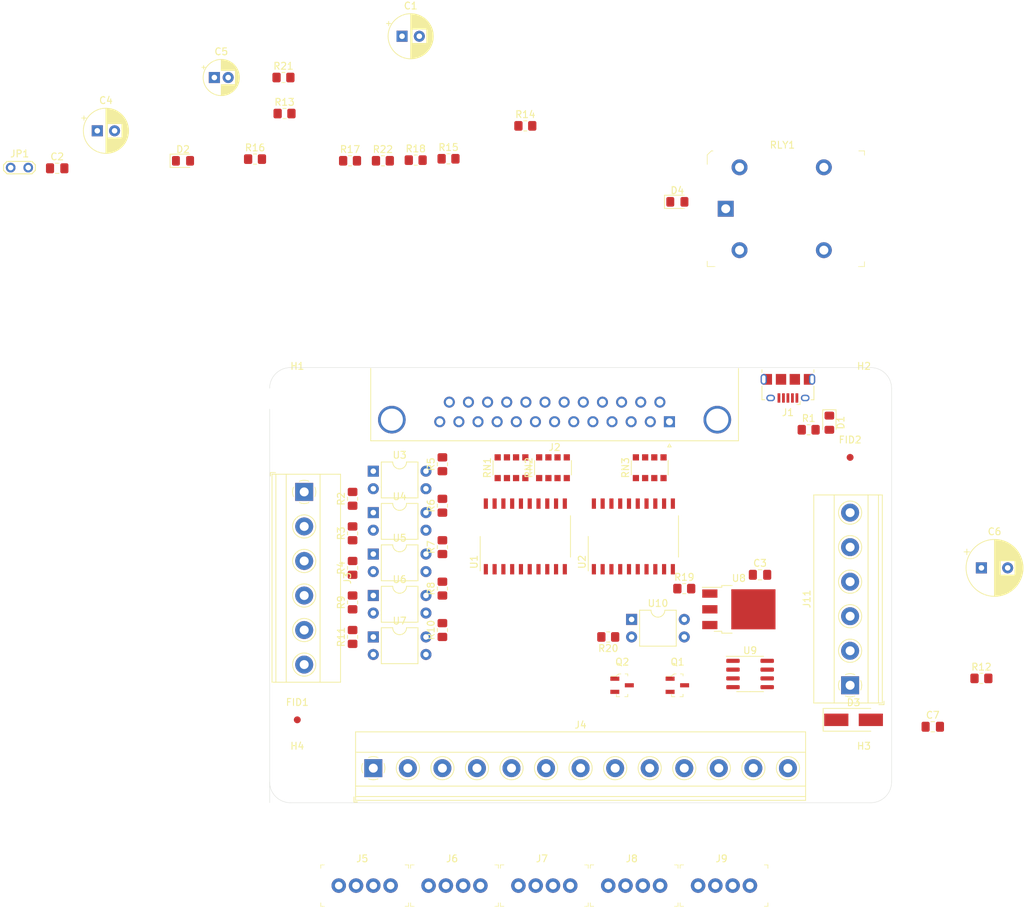
<source format=kicad_pcb>
(kicad_pcb (version 20171130) (host pcbnew 5.1.9-73d0e3b20d~88~ubuntu20.04.1)
  (layers (0 F.Cu signal) (31 B.Cu signal) (34 B.Paste user) (35 F.Paste user) (36 B.SilkS user) (37 F.SilkS user) (38 B.Mask user) (39 F.Mask user) (44 Edge.Cuts user))
  (net 0 "")
  (net 1 /P17)
  (net 2 /P16)
  (net 3 /P14)
  (net 4 /P9)
  (net 5 /P8)
  (net 6 /P7)
  (net 7 /P6)
  (net 8 /P5)
  (net 9 /P4)
  (net 10 /P3)
  (net 11 /P2)
  (net 12 /P1)
  (net 13 "Net-(Q1-Pad1)")
  (net 14 GND)
  (net 15 "Net-(Q1-Pad3)")
  (net 16 "Net-(Q2-Pad1)")
  (net 17 "Net-(D4-Pad1)")
  (net 18 "Net-(RLY1-Pad4)")
  (net 19 +5V)
  (net 20 /OP2)
  (net 21 /OP3)
  (net 22 /OP4)
  (net 23 /OP5)
  (net 24 /OP6)
  (net 25 /OP7)
  (net 26 /OP8)
  (net 27 /OP9)
  (net 28 "Net-(U2-Pad9)")
  (net 29 /OP14)
  (net 30 /PWM_IN)
  (net 31 /OP1)
  (net 32 /EN_2)
  (net 33 /OP16)
  (net 34 /OP17)
  (net 35 /EN_1)
  (net 36 /OP13)
  (net 37 "Net-(R2-Pad1)")
  (net 38 /OP12)
  (net 39 "Net-(R3-Pad1)")
  (net 40 /OP11)
  (net 41 "Net-(R4-Pad1)")
  (net 42 /OP10)
  (net 43 "Net-(R9-Pad1)")
  (net 44 /OP15)
  (net 45 "Net-(R11-Pad1)")
  (net 46 "Net-(R20-Pad1)")
  (net 47 GND1)
  (net 48 +10V)
  (net 49 "Net-(C5-Pad1)")
  (net 50 VCC)
  (net 51 "Net-(D1-Pad2)")
  (net 52 "Net-(D2-Pad2)")
  (net 53 /V_IN)
  (net 54 "Net-(D4-Pad2)")
  (net 55 "Net-(J1-Pad4)")
  (net 56 "Net-(J1-Pad3)")
  (net 57 "Net-(J1-Pad2)")
  (net 58 /P13)
  (net 59 /P12)
  (net 60 /P11)
  (net 61 /P10)
  (net 62 /P15)
  (net 63 /RL_COM)
  (net 64 /RL_NA)
  (net 65 /V_OUT)
  (net 66 "Net-(JP1-Pad2)")
  (net 67 "Net-(R13-Pad2)")
  (net 68 "Net-(R16-Pad2)")
  (net 69 "Net-(R17-Pad2)")
  (net 70 "Net-(U9-Pad6)")
  (module Package_SO:SO-20_12.8x7.5mm_P1.27mm (layer F.Cu) (at 152.635 99.445 90)
    (fp_text reference U2 (at -3.69 -7.42 90) (layer F.SilkS))
    (fp_text value 74HC245)
    (pad 20 smd rect (at 4.75 -5.715 90) (size 1.5 0.6) (layers F.Cu F.Paste F.Mask) (net 19 +5V))
    (pad 19 smd rect (at 4.75 -4.445 90) (size 1.5 0.6) (layers F.Cu F.Paste F.Mask) (net 47 GND1))
    (pad 18 smd rect (at 4.75 -3.175 90) (size 1.5 0.6) (layers F.Cu F.Paste F.Mask) (net 29 /OP14))
    (pad 17 smd rect (at 4.75 -1.905 90) (size 1.5 0.6) (layers F.Cu F.Paste F.Mask) (net 29 /OP14))
    (pad 16 smd rect (at 4.75 -0.635 90) (size 1.5 0.6) (layers F.Cu F.Paste F.Mask) (net 31 /OP1))
    (pad 15 smd rect (at 4.75 0.635 90) (size 1.5 0.6) (layers F.Cu F.Paste F.Mask) (net 29 /OP14))
    (pad 14 smd rect (at 4.75 1.905 90) (size 1.5 0.6) (layers F.Cu F.Paste F.Mask) (net 33 /OP16))
    (pad 13 smd rect (at 4.75 3.175 90) (size 1.5 0.6) (layers F.Cu F.Paste F.Mask) (net 34 /OP17))
    (pad 12 smd rect (at 4.75 4.445 90) (size 1.5 0.6) (layers F.Cu F.Paste F.Mask) (net 31 /OP1))
    (pad 11 smd rect (at 4.75 5.715 90) (size 1.5 0.6) (layers F.Cu F.Paste F.Mask) (net 47 GND1))
    (pad 10 smd rect (at -4.75 5.715 90) (size 1.5 0.6) (layers F.Cu F.Paste F.Mask) (net 47 GND1))
    (pad 9 smd rect (at -4.75 4.445 90) (size 1.5 0.6) (layers F.Cu F.Paste F.Mask) (net 28 "Net-(U2-Pad9)"))
    (pad 8 smd rect (at -4.75 3.175 90) (size 1.5 0.6) (layers F.Cu F.Paste F.Mask) (net 30 /PWM_IN))
    (pad 7 smd rect (at -4.75 1.905 90) (size 1.5 0.6) (layers F.Cu F.Paste F.Mask) (net 1 /P17))
    (pad 1 smd rect (at -4.75 -5.715 90) (size 1.5 0.6) (layers F.Cu F.Paste F.Mask) (net 47 GND1))
    (pad 2 smd rect (at -4.75 -4.445 90) (size 1.5 0.6) (layers F.Cu F.Paste F.Mask) (net 35 /EN_1))
    (pad 3 smd rect (at -4.75 -3.175 90) (size 1.5 0.6) (layers F.Cu F.Paste F.Mask) (net 3 /P14))
    (pad 4 smd rect (at -4.75 -1.905 90) (size 1.5 0.6) (layers F.Cu F.Paste F.Mask) (net 12 /P1))
    (pad 5 smd rect (at -4.75 -0.635 90) (size 1.5 0.6) (layers F.Cu F.Paste F.Mask) (net 32 /EN_2))
    (pad 6 smd rect (at -4.75 0.635 90) (size 1.5 0.6) (layers F.Cu F.Paste F.Mask) (net 2 /P16))
  )
  (module Package_SO:SO-20_12.8x7.5mm_P1.27mm (layer F.Cu) (at 137 99.445 90)
    (fp_text reference U1 (at -3.69 -7.42 90) (layer F.SilkS))
    (fp_text value 74HC245)
    (pad 20 smd rect (at 4.75 -5.715 90) (size 1.5 0.6) (layers F.Cu F.Paste F.Mask) (net 19 +5V))
    (pad 19 smd rect (at 4.75 -4.445 90) (size 1.5 0.6) (layers F.Cu F.Paste F.Mask) (net 47 GND1))
    (pad 18 smd rect (at 4.75 -3.175 90) (size 1.5 0.6) (layers F.Cu F.Paste F.Mask) (net 20 /OP2))
    (pad 17 smd rect (at 4.75 -1.905 90) (size 1.5 0.6) (layers F.Cu F.Paste F.Mask) (net 21 /OP3))
    (pad 16 smd rect (at 4.75 -0.635 90) (size 1.5 0.6) (layers F.Cu F.Paste F.Mask) (net 22 /OP4))
    (pad 15 smd rect (at 4.75 0.635 90) (size 1.5 0.6) (layers F.Cu F.Paste F.Mask) (net 23 /OP5))
    (pad 14 smd rect (at 4.75 1.905 90) (size 1.5 0.6) (layers F.Cu F.Paste F.Mask) (net 24 /OP6))
    (pad 13 smd rect (at 4.75 3.175 90) (size 1.5 0.6) (layers F.Cu F.Paste F.Mask) (net 25 /OP7))
    (pad 12 smd rect (at 4.75 4.445 90) (size 1.5 0.6) (layers F.Cu F.Paste F.Mask) (net 26 /OP8))
    (pad 11 smd rect (at 4.75 5.715 90) (size 1.5 0.6) (layers F.Cu F.Paste F.Mask) (net 27 /OP9))
    (pad 10 smd rect (at -4.75 5.715 90) (size 1.5 0.6) (layers F.Cu F.Paste F.Mask) (net 47 GND1))
    (pad 9 smd rect (at -4.75 4.445 90) (size 1.5 0.6) (layers F.Cu F.Paste F.Mask) (net 4 /P9))
    (pad 8 smd rect (at -4.75 3.175 90) (size 1.5 0.6) (layers F.Cu F.Paste F.Mask) (net 5 /P8))
    (pad 7 smd rect (at -4.75 1.905 90) (size 1.5 0.6) (layers F.Cu F.Paste F.Mask) (net 6 /P7))
    (pad 1 smd rect (at -4.75 -5.715 90) (size 1.5 0.6) (layers F.Cu F.Paste F.Mask) (net 47 GND1))
    (pad 2 smd rect (at -4.75 -4.445 90) (size 1.5 0.6) (layers F.Cu F.Paste F.Mask) (net 11 /P2))
    (pad 3 smd rect (at -4.75 -3.175 90) (size 1.5 0.6) (layers F.Cu F.Paste F.Mask) (net 10 /P3))
    (pad 4 smd rect (at -4.75 -1.905 90) (size 1.5 0.6) (layers F.Cu F.Paste F.Mask) (net 9 /P4))
    (pad 5 smd rect (at -4.75 -0.635 90) (size 1.5 0.6) (layers F.Cu F.Paste F.Mask) (net 8 /P5))
    (pad 6 smd rect (at -4.75 0.635 90) (size 1.5 0.6) (layers F.Cu F.Paste F.Mask) (net 7 /P6))
  )
  (module MountingHole:MountingHole_3.2mm_M3 (layer F.Cu) (at 104 134)
    (fp_text reference H4 (at 0 -4.2) (layer F.SilkS))
    (fp_text value MountingHole)
    (pad 1 np_thru_hole circle (at 0 0) (size 3.2 3.2) (drill 3.2) (layers *.Cu *.Mask))
  )
  (module MountingHole:MountingHole_3.2mm_M3 (layer F.Cu) (at 186 134)
    (fp_text reference H3 (at 0 -4.2) (layer F.SilkS))
    (fp_text value MountingHole)
    (pad 1 np_thru_hole circle (at 0 0) (size 3.2 3.2) (drill 3.2) (layers *.Cu *.Mask))
  )
  (module MountingHole:MountingHole_3.2mm_M3 (layer F.Cu) (at 186 79)
    (fp_text reference H2 (at 0 -4.2) (layer F.SilkS))
    (fp_text value MountingHole)
    (pad 1 np_thru_hole circle (at 0 0) (size 3.2 3.2) (drill 3.2) (layers *.Cu *.Mask))
  )
  (module MountingHole:MountingHole_3.2mm_M3 (layer F.Cu) (at 104 79)
    (fp_text reference H1 (at 0 -4.2) (layer F.SilkS))
    (fp_text value MountingHole)
    (pad 1 np_thru_hole circle (at 0 0) (size 3.2 3.2) (drill 3.2) (layers *.Cu *.Mask))
  )
  (module Fiducial:Fiducial_1mm_Mask3mm (layer F.Cu) (at 184 88)
    (fp_text reference FID2 (at 0 -2.54) (layer F.SilkS))
    (fp_text value Fiducial)
    (pad "" smd circle (at 0 0) (size 1 1) (layers F.Cu F.Mask) (clearance 1))
  )
  (module Fiducial:Fiducial_1mm_Mask3mm (layer F.Cu) (at 104 126)
    (fp_text reference FID1 (at 0 -2.54) (layer F.SilkS))
    (fp_text value Fiducial)
    (pad "" smd circle (at 0 0) (size 1 1) (layers F.Cu F.Mask) (clearance 1))
  )
  (module Package_SO:SOIC-8_3.9x4.9mm_P1.27mm (layer F.Cu) (at 169.525 119.365)
    (fp_text reference U9 (at 0 -3.4) (layer F.SilkS))
    (fp_text value LM358)
    (pad 8 smd roundrect (at 2.475 -1.905) (size 1.95 0.6) (layers F.Cu F.Paste F.Mask) (net 50 VCC))
    (pad 7 smd roundrect (at 2.475 -0.635) (size 1.95 0.6) (layers F.Cu F.Paste F.Mask) (net 70 "Net-(U9-Pad6)"))
    (pad 6 smd roundrect (at 2.475 0.635) (size 1.95 0.6) (layers F.Cu F.Paste F.Mask) (net 70 "Net-(U9-Pad6)"))
    (pad 5 smd roundrect (at 2.475 1.905) (size 1.95 0.6) (layers F.Cu F.Paste F.Mask) (net 14 GND))
    (pad 4 smd roundrect (at -2.475 1.905) (size 1.95 0.6) (layers F.Cu F.Paste F.Mask) (net 14 GND))
    (pad 3 smd roundrect (at -2.475 0.635) (size 1.95 0.6) (layers F.Cu F.Paste F.Mask) (net 49 "Net-(C5-Pad1)"))
    (pad 2 smd roundrect (at -2.475 -0.635) (size 1.95 0.6) (layers F.Cu F.Paste F.Mask) (net 68 "Net-(R16-Pad2)"))
    (pad 1 smd roundrect (at -2.475 -1.905) (size 1.95 0.6) (layers F.Cu F.Paste F.Mask) (net 68 "Net-(R16-Pad2)"))
  )
  (module Package_TO_SOT_SMD:TO-252-3_TabPin2 (layer F.Cu) (at 167.9 110)
    (fp_text reference U8 (at 0 -4.5) (layer F.SilkS))
    (fp_text value LM317MABDTG)
    (pad 2 smd rect (at 2.1 0) (size 6.4 5.8) (layers F.Cu F.Mask) (net 48 +10V))
    (pad 3 smd rect (at -4.2 2.28) (size 2.2 1.2) (layers F.Cu F.Paste F.Mask) (net 50 VCC))
    (pad 2 smd rect (at -4.2 0) (size 2.2 1.2) (layers F.Cu F.Paste F.Mask) (net 48 +10V))
    (pad 1 smd rect (at -4.2 -2.28) (size 2.2 1.2) (layers F.Cu F.Paste F.Mask) (net 67 "Net-(R13-Pad2)"))
  )
  (module Resistor_SMD:R_Array_Convex_4x1206 (layer F.Cu) (at 155 89.5 90)
    (fp_text reference RN3 (at 0 -3.5 90) (layer F.SilkS))
    (fp_text value R_Pack04)
    (pad 6 smd rect (at 1.5 0.66 90) (size 0.9 0.9) (layers F.Cu F.Paste F.Mask) (net 19 +5V))
    (pad 5 smd rect (at 1.5 2 90) (size 0.9 0.9) (layers F.Cu F.Paste F.Mask) (net 19 +5V))
    (pad 8 smd rect (at 1.5 -2 90) (size 0.9 0.9) (layers F.Cu F.Paste F.Mask) (net 19 +5V))
    (pad 7 smd rect (at 1.5 -0.66 90) (size 0.9 0.9) (layers F.Cu F.Paste F.Mask) (net 19 +5V))
    (pad 3 smd rect (at -1.5 0.66 90) (size 0.9 0.9) (layers F.Cu F.Paste F.Mask) (net 34 /OP17))
    (pad 2 smd rect (at -1.5 -0.66 90) (size 0.9 0.9) (layers F.Cu F.Paste F.Mask) (net 33 /OP16))
    (pad 4 smd rect (at -1.5 2 90) (size 0.9 0.9) (layers F.Cu F.Paste F.Mask) (net 31 /OP1))
    (pad 1 smd rect (at -1.5 -2 90) (size 0.9 0.9) (layers F.Cu F.Paste F.Mask) (net 29 /OP14))
  )
  (module Resistor_SMD:R_Array_Convex_4x1206 (layer F.Cu) (at 141 89.5 90)
    (fp_text reference RN2 (at 0 -3.5 90) (layer F.SilkS))
    (fp_text value R_Pack04)
    (pad 6 smd rect (at 1.5 0.66 90) (size 0.9 0.9) (layers F.Cu F.Paste F.Mask) (net 19 +5V))
    (pad 5 smd rect (at 1.5 2 90) (size 0.9 0.9) (layers F.Cu F.Paste F.Mask) (net 19 +5V))
    (pad 8 smd rect (at 1.5 -2 90) (size 0.9 0.9) (layers F.Cu F.Paste F.Mask) (net 19 +5V))
    (pad 7 smd rect (at 1.5 -0.66 90) (size 0.9 0.9) (layers F.Cu F.Paste F.Mask) (net 19 +5V))
    (pad 3 smd rect (at -1.5 0.66 90) (size 0.9 0.9) (layers F.Cu F.Paste F.Mask) (net 26 /OP8))
    (pad 2 smd rect (at -1.5 -0.66 90) (size 0.9 0.9) (layers F.Cu F.Paste F.Mask) (net 25 /OP7))
    (pad 4 smd rect (at -1.5 2 90) (size 0.9 0.9) (layers F.Cu F.Paste F.Mask) (net 27 /OP9))
    (pad 1 smd rect (at -1.5 -2 90) (size 0.9 0.9) (layers F.Cu F.Paste F.Mask) (net 24 /OP6))
  )
  (module Resistor_SMD:R_Array_Convex_4x1206 (layer F.Cu) (at 135 89.5 90)
    (fp_text reference RN1 (at 0 -3.5 90) (layer F.SilkS))
    (fp_text value R_Pack04)
    (pad 6 smd rect (at 1.5 0.66 90) (size 0.9 0.9) (layers F.Cu F.Paste F.Mask) (net 19 +5V))
    (pad 5 smd rect (at 1.5 2 90) (size 0.9 0.9) (layers F.Cu F.Paste F.Mask) (net 19 +5V))
    (pad 8 smd rect (at 1.5 -2 90) (size 0.9 0.9) (layers F.Cu F.Paste F.Mask) (net 19 +5V))
    (pad 7 smd rect (at 1.5 -0.66 90) (size 0.9 0.9) (layers F.Cu F.Paste F.Mask) (net 19 +5V))
    (pad 3 smd rect (at -1.5 0.66 90) (size 0.9 0.9) (layers F.Cu F.Paste F.Mask) (net 22 /OP4))
    (pad 2 smd rect (at -1.5 -0.66 90) (size 0.9 0.9) (layers F.Cu F.Paste F.Mask) (net 21 /OP3))
    (pad 4 smd rect (at -1.5 2 90) (size 0.9 0.9) (layers F.Cu F.Paste F.Mask) (net 23 /OP5))
    (pad 1 smd rect (at -1.5 -2 90) (size 0.9 0.9) (layers F.Cu F.Paste F.Mask) (net 20 /OP2))
  )
  (module Resistor_SMD:R_0805_2012Metric_Pad1.20x1.40mm_HandSolder (layer F.Cu) (at 116.385001 45.055001)
    (fp_text reference R22 (at 0 -1.65) (layer F.SilkS))
    (fp_text value 2k2)
    (pad 2 smd roundrect (at 1 0) (size 1.2 1.4) (layers F.Cu F.Paste F.Mask) (roundrect_rratio 0.208333) (net 66 "Net-(JP1-Pad2)"))
    (pad 1 smd roundrect (at -1 0) (size 1.2 1.4) (layers F.Cu F.Paste F.Mask) (roundrect_rratio 0.208333) (net 16 "Net-(Q2-Pad1)"))
  )
  (module Resistor_SMD:R_0805_2012Metric_Pad1.20x1.40mm_HandSolder (layer F.Cu) (at 102 33)
    (fp_text reference R21 (at 0 -1.65) (layer F.SilkS))
    (fp_text value 2k2)
    (pad 2 smd roundrect (at 1 0) (size 1.2 1.4) (layers F.Cu F.Paste F.Mask) (roundrect_rratio 0.208333) (net 54 "Net-(D4-Pad2)"))
    (pad 1 smd roundrect (at -1 0) (size 1.2 1.4) (layers F.Cu F.Paste F.Mask) (roundrect_rratio 0.208333) (net 19 +5V))
  )
  (module Resistor_SMD:R_0805_2012Metric_Pad1.20x1.40mm_HandSolder (layer F.Cu) (at 149 114 180)
    (fp_text reference R20 (at 0 -1.65) (layer F.SilkS))
    (fp_text value 510)
    (pad 2 smd roundrect (at 1 0 180) (size 1.2 1.4) (layers F.Cu F.Paste F.Mask) (roundrect_rratio 0.208333) (net 30 /PWM_IN))
    (pad 1 smd roundrect (at -1 0 180) (size 1.2 1.4) (layers F.Cu F.Paste F.Mask) (roundrect_rratio 0.208333) (net 46 "Net-(R20-Pad1)"))
  )
  (module Resistor_SMD:R_0805_2012Metric_Pad1.20x1.40mm_HandSolder (layer F.Cu) (at 160 107)
    (fp_text reference R19 (at 0 -1.65) (layer F.SilkS))
    (fp_text value 1k8)
    (pad 2 smd roundrect (at 1 0) (size 1.2 1.4) (layers F.Cu F.Paste F.Mask) (roundrect_rratio 0.208333) (net 14 GND))
    (pad 1 smd roundrect (at -1 0) (size 1.2 1.4) (layers F.Cu F.Paste F.Mask) (roundrect_rratio 0.208333) (net 69 "Net-(R17-Pad2)"))
  )
  (module Resistor_SMD:R_0805_2012Metric_Pad1.20x1.40mm_HandSolder (layer F.Cu) (at 121.135001 44.965001)
    (fp_text reference R18 (at 0 -1.65) (layer F.SilkS))
    (fp_text value 4k7)
    (pad 2 smd roundrect (at 1 0) (size 1.2 1.4) (layers F.Cu F.Paste F.Mask) (roundrect_rratio 0.208333) (net 13 "Net-(Q1-Pad1)"))
    (pad 1 smd roundrect (at -1 0) (size 1.2 1.4) (layers F.Cu F.Paste F.Mask) (roundrect_rratio 0.208333) (net 48 +10V))
  )
  (module Resistor_SMD:R_0805_2012Metric_Pad1.20x1.40mm_HandSolder (layer F.Cu) (at 111.635001 45.055001)
    (fp_text reference R17 (at 0 -1.65) (layer F.SilkS))
    (fp_text value 300)
    (pad 2 smd roundrect (at 1 0) (size 1.2 1.4) (layers F.Cu F.Paste F.Mask) (roundrect_rratio 0.208333) (net 69 "Net-(R17-Pad2)"))
    (pad 1 smd roundrect (at -1 0) (size 1.2 1.4) (layers F.Cu F.Paste F.Mask) (roundrect_rratio 0.208333) (net 67 "Net-(R13-Pad2)"))
  )
  (module Resistor_SMD:R_0805_2012Metric_Pad1.20x1.40mm_HandSolder (layer F.Cu) (at 97.885001 44.815001)
    (fp_text reference R16 (at 0 -1.65) (layer F.SilkS))
    (fp_text value 510)
    (pad 2 smd roundrect (at 1 0) (size 1.2 1.4) (layers F.Cu F.Paste F.Mask) (roundrect_rratio 0.208333) (net 68 "Net-(R16-Pad2)"))
    (pad 1 smd roundrect (at -1 0) (size 1.2 1.4) (layers F.Cu F.Paste F.Mask) (roundrect_rratio 0.208333) (net 65 /V_OUT))
  )
  (module Resistor_SMD:R_0805_2012Metric_Pad1.20x1.40mm_HandSolder (layer F.Cu) (at 125.885001 44.765001)
    (fp_text reference R15 (at 0 -1.65) (layer F.SilkS))
    (fp_text value 12k)
    (pad 2 smd roundrect (at 1 0) (size 1.2 1.4) (layers F.Cu F.Paste F.Mask) (roundrect_rratio 0.208333) (net 15 "Net-(Q1-Pad3)"))
    (pad 1 smd roundrect (at -1 0) (size 1.2 1.4) (layers F.Cu F.Paste F.Mask) (roundrect_rratio 0.208333) (net 49 "Net-(C5-Pad1)"))
  )
  (module Resistor_SMD:R_0805_2012Metric_Pad1.20x1.40mm_HandSolder (layer F.Cu) (at 137 40)
    (fp_text reference R14 (at 0 -1.65) (layer F.SilkS))
    (fp_text value 1k)
    (pad 2 smd roundrect (at 1 0) (size 1.2 1.4) (layers F.Cu F.Paste F.Mask) (roundrect_rratio 0.208333) (net 48 +10V))
    (pad 1 smd roundrect (at -1 0) (size 1.2 1.4) (layers F.Cu F.Paste F.Mask) (roundrect_rratio 0.208333) (net 15 "Net-(Q1-Pad3)"))
  )
  (module Resistor_SMD:R_0805_2012Metric_Pad1.20x1.40mm_HandSolder (layer F.Cu) (at 102.155001 38.215001)
    (fp_text reference R13 (at 0 -1.65) (layer F.SilkS))
    (fp_text value 300)
    (pad 2 smd roundrect (at 1 0) (size 1.2 1.4) (layers F.Cu F.Paste F.Mask) (roundrect_rratio 0.208333) (net 67 "Net-(R13-Pad2)"))
    (pad 1 smd roundrect (at -1 0) (size 1.2 1.4) (layers F.Cu F.Paste F.Mask) (roundrect_rratio 0.208333) (net 48 +10V))
  )
  (module Resistor_SMD:R_0805_2012Metric_Pad1.20x1.40mm_HandSolder (layer F.Cu) (at 203 120)
    (fp_text reference R12 (at 0 -1.65) (layer F.SilkS))
    (fp_text value 2k2)
    (pad 2 smd roundrect (at 1 0) (size 1.2 1.4) (layers F.Cu F.Paste F.Mask) (roundrect_rratio 0.208333) (net 52 "Net-(D2-Pad2)"))
    (pad 1 smd roundrect (at -1 0) (size 1.2 1.4) (layers F.Cu F.Paste F.Mask) (roundrect_rratio 0.208333) (net 48 +10V))
  )
  (module Resistor_SMD:R_0805_2012Metric_Pad1.20x1.40mm_HandSolder (layer F.Cu) (at 112 114 90)
    (fp_text reference R11 (at 0 -1.65 90) (layer F.SilkS))
    (fp_text value 1k)
    (pad 2 smd roundrect (at 1 0 90) (size 1.2 1.4) (layers F.Cu F.Paste F.Mask) (roundrect_rratio 0.208333) (net 62 /P15))
    (pad 1 smd roundrect (at -1 0 90) (size 1.2 1.4) (layers F.Cu F.Paste F.Mask) (roundrect_rratio 0.208333) (net 45 "Net-(R11-Pad1)"))
  )
  (module Resistor_SMD:R_0805_2012Metric_Pad1.20x1.40mm_HandSolder (layer F.Cu) (at 125 113 90)
    (fp_text reference R10 (at 0 -1.65 90) (layer F.SilkS))
    (fp_text value 10k)
    (pad 2 smd roundrect (at 1 0 90) (size 1.2 1.4) (layers F.Cu F.Paste F.Mask) (roundrect_rratio 0.208333) (net 19 +5V))
    (pad 1 smd roundrect (at -1 0 90) (size 1.2 1.4) (layers F.Cu F.Paste F.Mask) (roundrect_rratio 0.208333) (net 44 /OP15))
  )
  (module Resistor_SMD:R_0805_2012Metric_Pad1.20x1.40mm_HandSolder (layer F.Cu) (at 112 109 90)
    (fp_text reference R9 (at 0 -1.65 90) (layer F.SilkS))
    (fp_text value 1k)
    (pad 2 smd roundrect (at 1 0 90) (size 1.2 1.4) (layers F.Cu F.Paste F.Mask) (roundrect_rratio 0.208333) (net 61 /P10))
    (pad 1 smd roundrect (at -1 0 90) (size 1.2 1.4) (layers F.Cu F.Paste F.Mask) (roundrect_rratio 0.208333) (net 43 "Net-(R9-Pad1)"))
  )
  (module Resistor_SMD:R_0805_2012Metric_Pad1.20x1.40mm_HandSolder (layer F.Cu) (at 125 107 90)
    (fp_text reference R8 (at 0 -1.65 90) (layer F.SilkS))
    (fp_text value 10k)
    (pad 2 smd roundrect (at 1 0 90) (size 1.2 1.4) (layers F.Cu F.Paste F.Mask) (roundrect_rratio 0.208333) (net 19 +5V))
    (pad 1 smd roundrect (at -1 0 90) (size 1.2 1.4) (layers F.Cu F.Paste F.Mask) (roundrect_rratio 0.208333) (net 42 /OP10))
  )
  (module Resistor_SMD:R_0805_2012Metric_Pad1.20x1.40mm_HandSolder (layer F.Cu) (at 125 101 90)
    (fp_text reference R7 (at 0 -1.65 90) (layer F.SilkS))
    (fp_text value 10k)
    (pad 2 smd roundrect (at 1 0 90) (size 1.2 1.4) (layers F.Cu F.Paste F.Mask) (roundrect_rratio 0.208333) (net 19 +5V))
    (pad 1 smd roundrect (at -1 0 90) (size 1.2 1.4) (layers F.Cu F.Paste F.Mask) (roundrect_rratio 0.208333) (net 40 /OP11))
  )
  (module Resistor_SMD:R_0805_2012Metric_Pad1.20x1.40mm_HandSolder (layer F.Cu) (at 125 95 90)
    (fp_text reference R6 (at 0 -1.65 90) (layer F.SilkS))
    (fp_text value 10k)
    (pad 2 smd roundrect (at 1 0 90) (size 1.2 1.4) (layers F.Cu F.Paste F.Mask) (roundrect_rratio 0.208333) (net 19 +5V))
    (pad 1 smd roundrect (at -1 0 90) (size 1.2 1.4) (layers F.Cu F.Paste F.Mask) (roundrect_rratio 0.208333) (net 38 /OP12))
  )
  (module Resistor_SMD:R_0805_2012Metric_Pad1.20x1.40mm_HandSolder (layer F.Cu) (at 125 89 90)
    (fp_text reference R5 (at 0 -1.65 90) (layer F.SilkS))
    (fp_text value 10k)
    (pad 2 smd roundrect (at 1 0 90) (size 1.2 1.4) (layers F.Cu F.Paste F.Mask) (roundrect_rratio 0.208333) (net 19 +5V))
    (pad 1 smd roundrect (at -1 0 90) (size 1.2 1.4) (layers F.Cu F.Paste F.Mask) (roundrect_rratio 0.208333) (net 36 /OP13))
  )
  (module Resistor_SMD:R_0805_2012Metric_Pad1.20x1.40mm_HandSolder (layer F.Cu) (at 112 104 90)
    (fp_text reference R4 (at 0 -1.65 90) (layer F.SilkS))
    (fp_text value 1k)
    (pad 2 smd roundrect (at 1 0 90) (size 1.2 1.4) (layers F.Cu F.Paste F.Mask) (roundrect_rratio 0.208333) (net 60 /P11))
    (pad 1 smd roundrect (at -1 0 90) (size 1.2 1.4) (layers F.Cu F.Paste F.Mask) (roundrect_rratio 0.208333) (net 41 "Net-(R4-Pad1)"))
  )
  (module Resistor_SMD:R_0805_2012Metric_Pad1.20x1.40mm_HandSolder (layer F.Cu) (at 112 99 90)
    (fp_text reference R3 (at 0 -1.65 90) (layer F.SilkS))
    (fp_text value 1k)
    (pad 2 smd roundrect (at 1 0 90) (size 1.2 1.4) (layers F.Cu F.Paste F.Mask) (roundrect_rratio 0.208333) (net 59 /P12))
    (pad 1 smd roundrect (at -1 0 90) (size 1.2 1.4) (layers F.Cu F.Paste F.Mask) (roundrect_rratio 0.208333) (net 39 "Net-(R3-Pad1)"))
  )
  (module Resistor_SMD:R_0805_2012Metric_Pad1.20x1.40mm_HandSolder (layer F.Cu) (at 112 94 90)
    (fp_text reference R2 (at 0 -1.65 90) (layer F.SilkS))
    (fp_text value 1k)
    (pad 2 smd roundrect (at 1 0 90) (size 1.2 1.4) (layers F.Cu F.Paste F.Mask) (roundrect_rratio 0.208333) (net 58 /P13))
    (pad 1 smd roundrect (at -1 0 90) (size 1.2 1.4) (layers F.Cu F.Paste F.Mask) (roundrect_rratio 0.208333) (net 37 "Net-(R2-Pad1)"))
  )
  (module Resistor_SMD:R_0805_2012Metric_Pad1.20x1.40mm_HandSolder (layer F.Cu) (at 178 84)
    (fp_text reference R1 (at 0 -1.65) (layer F.SilkS))
    (fp_text value 2k2)
    (pad 2 smd roundrect (at 1 0) (size 1.2 1.4) (layers F.Cu F.Paste F.Mask) (roundrect_rratio 0.208333) (net 51 "Net-(D1-Pad2)"))
    (pad 1 smd roundrect (at -1 0) (size 1.2 1.4) (layers F.Cu F.Paste F.Mask) (roundrect_rratio 0.208333) (net 19 +5V))
  )
  (module TestPoint:TestPoint_2Pads_Pitch2.54mm_Drill0.8mm (layer F.Cu) (at 62.525001 46.045001)
    (fp_text reference JP1 (at 1.3 -2) (layer F.SilkS))
    (fp_text value Jumper)
    (pad 2 thru_hole circle (at 2.54 0) (size 1.4 1.4) (drill 0.8) (layers *.Cu *.Mask) (net 66 "Net-(JP1-Pad2)"))
    (pad 1 thru_hole circle (at 0 0) (size 1.4 1.4) (drill 0.8) (layers *.Cu *.Mask) (net 1 /P17))
  )
  (module TerminalBlock_Phoenix:TerminalBlock_Phoenix_MKDS-1,5-6_1x06_P5.00mm_Horizontal (layer F.Cu) (at 184 121 90)
    (fp_text reference J11 (at 12.5 -6.26 90) (layer F.SilkS))
    (fp_text value Screw_Terminal_01x06)
    (pad 6 thru_hole circle (at 25 0 90) (size 2.6 2.6) (drill 1.3) (layers *.Cu *.Mask) (net 63 /RL_COM))
    (pad 5 thru_hole circle (at 20 0 90) (size 2.6 2.6) (drill 1.3) (layers *.Cu *.Mask) (net 64 /RL_NA))
    (pad 4 thru_hole circle (at 15 0 90) (size 2.6 2.6) (drill 1.3) (layers *.Cu *.Mask) (net 14 GND))
    (pad 3 thru_hole circle (at 10 0 90) (size 2.6 2.6) (drill 1.3) (layers *.Cu *.Mask) (net 53 /V_IN))
    (pad 2 thru_hole circle (at 5 0 90) (size 2.6 2.6) (drill 1.3) (layers *.Cu *.Mask) (net 65 /V_OUT))
    (pad 1 thru_hole rect (at 0 0 90) (size 2.6 2.6) (drill 1.3) (layers *.Cu *.Mask) (net 14 GND))
  )
  (module TerminalBlock_Phoenix:TerminalBlock_Phoenix_MKDS-1,5-6_1x06_P5.00mm_Horizontal (layer F.Cu) (at 105 93 270)
    (fp_text reference J3 (at 12.5 -6.26 90) (layer F.SilkS))
    (fp_text value Screw_Terminal_01x06)
    (pad 6 thru_hole circle (at 25 0 270) (size 2.6 2.6) (drill 1.3) (layers *.Cu *.Mask) (net 14 GND))
    (pad 5 thru_hole circle (at 20 0 270) (size 2.6 2.6) (drill 1.3) (layers *.Cu *.Mask) (net 62 /P15))
    (pad 4 thru_hole circle (at 15 0 270) (size 2.6 2.6) (drill 1.3) (layers *.Cu *.Mask) (net 61 /P10))
    (pad 3 thru_hole circle (at 10 0 270) (size 2.6 2.6) (drill 1.3) (layers *.Cu *.Mask) (net 60 /P11))
    (pad 2 thru_hole circle (at 5 0 270) (size 2.6 2.6) (drill 1.3) (layers *.Cu *.Mask) (net 59 /P12))
    (pad 1 thru_hole rect (at 0 0 270) (size 2.6 2.6) (drill 1.3) (layers *.Cu *.Mask) (net 58 /P13))
  )
  (module Connector_Dsub:DSUB-25_Male_Horizontal_P2.77x2.84mm_EdgePinOffset4.94mm_Housed_MountingHolesOffset7.48mm (layer F.Cu) (at 157.855 82.84 180)
    (fp_text reference J2 (at 16.62 -3.7) (layer F.SilkS))
    (fp_text value DB25_Male_MountingHoles)
    (pad 0 thru_hole circle (at 40.17 0.3 180) (size 4 4) (drill 3.2) (layers *.Cu *.Mask) (net 47 GND1))
    (pad 0 thru_hole circle (at -6.93 0.3 180) (size 4 4) (drill 3.2) (layers *.Cu *.Mask) (net 47 GND1))
    (pad 25 thru_hole circle (at 31.855 2.84 180) (size 1.6 1.6) (drill 1) (layers *.Cu *.Mask) (net 47 GND1))
    (pad 24 thru_hole circle (at 29.085 2.84 180) (size 1.6 1.6) (drill 1) (layers *.Cu *.Mask) (net 47 GND1))
    (pad 23 thru_hole circle (at 26.315 2.84 180) (size 1.6 1.6) (drill 1) (layers *.Cu *.Mask) (net 47 GND1))
    (pad 22 thru_hole circle (at 23.545 2.84 180) (size 1.6 1.6) (drill 1) (layers *.Cu *.Mask) (net 47 GND1))
    (pad 21 thru_hole circle (at 20.775 2.84 180) (size 1.6 1.6) (drill 1) (layers *.Cu *.Mask) (net 47 GND1))
    (pad 20 thru_hole circle (at 18.005 2.84 180) (size 1.6 1.6) (drill 1) (layers *.Cu *.Mask) (net 47 GND1))
    (pad 19 thru_hole circle (at 15.235 2.84 180) (size 1.6 1.6) (drill 1) (layers *.Cu *.Mask) (net 47 GND1))
    (pad 18 thru_hole circle (at 12.465 2.84 180) (size 1.6 1.6) (drill 1) (layers *.Cu *.Mask) (net 47 GND1))
    (pad 17 thru_hole circle (at 9.695 2.84 180) (size 1.6 1.6) (drill 1) (layers *.Cu *.Mask) (net 34 /OP17))
    (pad 16 thru_hole circle (at 6.925 2.84 180) (size 1.6 1.6) (drill 1) (layers *.Cu *.Mask) (net 33 /OP16))
    (pad 15 thru_hole circle (at 4.155 2.84 180) (size 1.6 1.6) (drill 1) (layers *.Cu *.Mask) (net 44 /OP15))
    (pad 14 thru_hole circle (at 1.385 2.84 180) (size 1.6 1.6) (drill 1) (layers *.Cu *.Mask) (net 29 /OP14))
    (pad 13 thru_hole circle (at 33.24 0 180) (size 1.6 1.6) (drill 1) (layers *.Cu *.Mask) (net 36 /OP13))
    (pad 12 thru_hole circle (at 30.47 0 180) (size 1.6 1.6) (drill 1) (layers *.Cu *.Mask) (net 38 /OP12))
    (pad 11 thru_hole circle (at 27.7 0 180) (size 1.6 1.6) (drill 1) (layers *.Cu *.Mask) (net 40 /OP11))
    (pad 10 thru_hole circle (at 24.93 0 180) (size 1.6 1.6) (drill 1) (layers *.Cu *.Mask) (net 42 /OP10))
    (pad 9 thru_hole circle (at 22.16 0 180) (size 1.6 1.6) (drill 1) (layers *.Cu *.Mask) (net 27 /OP9))
    (pad 8 thru_hole circle (at 19.39 0 180) (size 1.6 1.6) (drill 1) (layers *.Cu *.Mask) (net 26 /OP8))
    (pad 7 thru_hole circle (at 16.62 0 180) (size 1.6 1.6) (drill 1) (layers *.Cu *.Mask) (net 25 /OP7))
    (pad 6 thru_hole circle (at 13.85 0 180) (size 1.6 1.6) (drill 1) (layers *.Cu *.Mask) (net 24 /OP6))
    (pad 5 thru_hole circle (at 11.08 0 180) (size 1.6 1.6) (drill 1) (layers *.Cu *.Mask) (net 23 /OP5))
    (pad 4 thru_hole circle (at 8.31 0 180) (size 1.6 1.6) (drill 1) (layers *.Cu *.Mask) (net 22 /OP4))
    (pad 3 thru_hole circle (at 5.54 0 180) (size 1.6 1.6) (drill 1) (layers *.Cu *.Mask) (net 21 /OP3))
    (pad 2 thru_hole circle (at 2.77 0 180) (size 1.6 1.6) (drill 1) (layers *.Cu *.Mask) (net 20 /OP2))
    (pad 1 thru_hole rect (at 0 0 180) (size 1.6 1.6) (drill 1) (layers *.Cu *.Mask) (net 31 /OP1))
  )
  (module Connector_USB:USB_Micro-B_Amphenol_10118194_Horizontal (layer F.Cu) (at 175 78 180)
    (fp_text reference J1 (at 0 -3.5) (layer F.SilkS))
    (fp_text value USB_B_Micro)
    (pad 6 thru_hole oval (at 3.5 1.3 180) (size 0.89 1.55) (drill oval 0.5 1.15) (layers *.Cu *.Mask) (net 47 GND1))
    (pad 6 thru_hole oval (at -3.5 1.3 180) (size 0.89 1.55) (drill oval 0.5 1.15) (layers *.Cu *.Mask) (net 47 GND1))
    (pad 6 smd rect (at 2.9 1.3 180) (size 1.2 1.55) (layers F.Cu F.Paste F.Mask) (net 47 GND1))
    (pad 6 smd rect (at -2.9 1.3 180) (size 1.2 1.55) (layers F.Cu F.Paste F.Mask) (net 47 GND1))
    (pad 6 smd rect (at 1 1.3 180) (size 1.5 1.55) (layers F.Cu F.Paste F.Mask) (net 47 GND1))
    (pad 6 smd rect (at -1 1.3 180) (size 1.5 1.55) (layers F.Cu F.Paste F.Mask) (net 47 GND1))
    (pad 6 thru_hole oval (at 2.5 -1.4 180) (size 1.25 0.95) (drill oval 0.85 0.55) (layers *.Cu *.Mask) (net 47 GND1))
    (pad 6 thru_hole oval (at -2.5 -1.4 180) (size 1.25 0.95) (drill oval 0.85 0.55) (layers *.Cu *.Mask) (net 47 GND1))
    (pad 5 smd rect (at 1.3 -1.4 180) (size 0.4 1.35) (layers F.Cu F.Paste F.Mask) (net 47 GND1))
    (pad 4 smd rect (at 0.65 -1.4 180) (size 0.4 1.35) (layers F.Cu F.Paste F.Mask) (net 55 "Net-(J1-Pad4)"))
    (pad 3 smd rect (at 0 -1.4 180) (size 0.4 1.35) (layers F.Cu F.Paste F.Mask) (net 56 "Net-(J1-Pad3)"))
    (pad 2 smd rect (at -0.65 -1.4 180) (size 0.4 1.35) (layers F.Cu F.Paste F.Mask) (net 57 "Net-(J1-Pad2)"))
    (pad 1 smd rect (at -1.3 -1.4 180) (size 0.4 1.35) (layers F.Cu F.Paste F.Mask) (net 19 +5V))
  )
  (module LED_SMD:LED_0805_2012Metric_Pad1.15x1.40mm_HandSolder (layer F.Cu) (at 159 51)
    (fp_text reference D4 (at 0 -1.65) (layer F.SilkS))
    (fp_text value LED)
    (pad 2 smd roundrect (at 1.025 0) (size 1.15 1.4) (layers F.Cu F.Paste F.Mask) (roundrect_rratio 0.217391) (net 54 "Net-(D4-Pad2)"))
    (pad 1 smd roundrect (at -1.025 0) (size 1.15 1.4) (layers F.Cu F.Paste F.Mask) (roundrect_rratio 0.217391) (net 17 "Net-(D4-Pad1)"))
  )
  (module Diode_SMD:D_SMA_Handsoldering (layer F.Cu) (at 184.5 126)
    (fp_text reference D3 (at 0 -2.5) (layer F.SilkS))
    (fp_text value M7)
    (pad 2 smd rect (at 2.5 0) (size 3.5 1.8) (layers F.Cu F.Paste F.Mask) (net 53 /V_IN))
    (pad 1 smd rect (at -2.5 0) (size 3.5 1.8) (layers F.Cu F.Paste F.Mask) (net 50 VCC))
  )
  (module LED_SMD:LED_0805_2012Metric_Pad1.15x1.40mm_HandSolder (layer F.Cu) (at 87.460001 45.060001)
    (fp_text reference D2 (at 0 -1.65) (layer F.SilkS))
    (fp_text value LED_Small)
    (pad 2 smd roundrect (at 1.025 0) (size 1.15 1.4) (layers F.Cu F.Paste F.Mask) (roundrect_rratio 0.217391) (net 52 "Net-(D2-Pad2)"))
    (pad 1 smd roundrect (at -1.025 0) (size 1.15 1.4) (layers F.Cu F.Paste F.Mask) (roundrect_rratio 0.217391) (net 14 GND))
  )
  (module LED_SMD:LED_0805_2012Metric_Pad1.15x1.40mm_HandSolder (layer F.Cu) (at 181 82.975 270)
    (fp_text reference D1 (at 0 -1.65 90) (layer F.SilkS))
    (fp_text value LED_Small)
    (pad 2 smd roundrect (at 1.025 0 270) (size 1.15 1.4) (layers F.Cu F.Paste F.Mask) (roundrect_rratio 0.217391) (net 51 "Net-(D1-Pad2)"))
    (pad 1 smd roundrect (at -1.025 0 270) (size 1.15 1.4) (layers F.Cu F.Paste F.Mask) (roundrect_rratio 0.217391) (net 47 GND1))
  )
  (module Capacitor_SMD:C_0805_2012Metric_Pad1.18x1.45mm_HandSolder (layer F.Cu) (at 195.9625 127)
    (fp_text reference C7 (at 0 -1.68) (layer F.SilkS))
    (fp_text value 100nF)
    (pad 2 smd roundrect (at 1.0375 0) (size 1.175 1.45) (layers F.Cu F.Paste F.Mask) (roundrect_rratio 0.212766) (net 14 GND))
    (pad 1 smd roundrect (at -1.0375 0) (size 1.175 1.45) (layers F.Cu F.Paste F.Mask) (roundrect_rratio 0.212766) (net 50 VCC))
  )
  (module Capacitor_THT:CP_Radial_D8.0mm_P3.80mm (layer F.Cu) (at 203 104)
    (fp_text reference C6 (at 1.9 -5.25) (layer F.SilkS))
    (fp_text value 220uF)
    (pad 2 thru_hole circle (at 3.8 0) (size 1.6 1.6) (drill 0.8) (layers *.Cu *.Mask) (net 14 GND))
    (pad 1 thru_hole rect (at 0 0) (size 1.6 1.6) (drill 0.8) (layers *.Cu *.Mask) (net 50 VCC))
  )
  (module Capacitor_THT:CP_Radial_D5.0mm_P2.00mm (layer F.Cu) (at 92 33)
    (fp_text reference C5 (at 1 -3.75) (layer F.SilkS))
    (fp_text value 4.7uF)
    (pad 2 thru_hole circle (at 2 0) (size 1.6 1.6) (drill 0.8) (layers *.Cu *.Mask) (net 14 GND))
    (pad 1 thru_hole rect (at 0 0) (size 1.6 1.6) (drill 0.8) (layers *.Cu *.Mask) (net 49 "Net-(C5-Pad1)"))
  )
  (module Capacitor_THT:CP_Radial_D6.3mm_P2.50mm (layer F.Cu) (at 75.060242 40.715001)
    (fp_text reference C4 (at 1.25 -4.4) (layer F.SilkS))
    (fp_text value 220uF)
    (pad 2 thru_hole circle (at 2.5 0) (size 1.6 1.6) (drill 0.8) (layers *.Cu *.Mask) (net 14 GND))
    (pad 1 thru_hole rect (at 0 0) (size 1.6 1.6) (drill 0.8) (layers *.Cu *.Mask) (net 48 +10V))
  )
  (module Capacitor_SMD:C_0805_2012Metric_Pad1.18x1.45mm_HandSolder (layer F.Cu) (at 170.9625 105)
    (fp_text reference C3 (at 0 -1.68) (layer F.SilkS))
    (fp_text value 100nF)
    (pad 2 smd roundrect (at 1.0375 0) (size 1.175 1.45) (layers F.Cu F.Paste F.Mask) (roundrect_rratio 0.212766) (net 14 GND))
    (pad 1 smd roundrect (at -1.0375 0) (size 1.175 1.45) (layers F.Cu F.Paste F.Mask) (roundrect_rratio 0.212766) (net 48 +10V))
  )
  (module Capacitor_SMD:C_0805_2012Metric_Pad1.18x1.45mm_HandSolder (layer F.Cu) (at 69.255001 46.145001)
    (fp_text reference C2 (at 0 -1.68) (layer F.SilkS))
    (fp_text value 100nF)
    (pad 2 smd roundrect (at 1.0375 0) (size 1.175 1.45) (layers F.Cu F.Paste F.Mask) (roundrect_rratio 0.212766) (net 47 GND1))
    (pad 1 smd roundrect (at -1.0375 0) (size 1.175 1.45) (layers F.Cu F.Paste F.Mask) (roundrect_rratio 0.212766) (net 19 +5V))
  )
  (module Capacitor_THT:CP_Radial_D6.3mm_P2.50mm (layer F.Cu) (at 119.160242 27.025001)
    (fp_text reference C1 (at 1.25 -4.4) (layer F.SilkS))
    (fp_text value 220uF)
    (pad 2 thru_hole circle (at 2.5 0) (size 1.6 1.6) (drill 0.8) (layers *.Cu *.Mask) (net 47 GND1))
    (pad 1 thru_hole rect (at 0 0) (size 1.6 1.6) (drill 0.8) (layers *.Cu *.Mask) (net 19 +5V))
  )
  (module Package_DIP:DIP-4_W7.62mm (layer F.Cu) (at 152.38 111.46)
    (fp_text reference U10 (at 3.81 -2.33) (layer F.SilkS))
    (fp_text value PC817)
    (pad 4 thru_hole oval (at 7.62 0) (size 1.6 1.6) (drill 0.8) (layers *.Cu *.Mask) (net 13 "Net-(Q1-Pad1)"))
    (pad 2 thru_hole oval (at 0 2.54) (size 1.6 1.6) (drill 0.8) (layers *.Cu *.Mask) (net 46 "Net-(R20-Pad1)"))
    (pad 3 thru_hole oval (at 7.62 2.54) (size 1.6 1.6) (drill 0.8) (layers *.Cu *.Mask) (net 14 GND))
    (pad 1 thru_hole rect (at 0 0) (size 1.6 1.6) (drill 0.8) (layers *.Cu *.Mask) (net 19 +5V))
  )
  (module Package_DIP:DIP-4_W7.62mm (layer F.Cu) (at 115 114)
    (fp_text reference U7 (at 3.81 -2.33) (layer F.SilkS))
    (fp_text value PC817)
    (pad 4 thru_hole oval (at 7.62 0) (size 1.6 1.6) (drill 0.8) (layers *.Cu *.Mask) (net 44 /OP15))
    (pad 2 thru_hole oval (at 0 2.54) (size 1.6 1.6) (drill 0.8) (layers *.Cu *.Mask) (net 45 "Net-(R11-Pad1)"))
    (pad 3 thru_hole oval (at 7.62 2.54) (size 1.6 1.6) (drill 0.8) (layers *.Cu *.Mask) (net 47 GND1))
    (pad 1 thru_hole rect (at 0 0) (size 1.6 1.6) (drill 0.8) (layers *.Cu *.Mask) (net 48 +10V))
  )
  (module Package_DIP:DIP-4_W7.62mm (layer F.Cu) (at 115 108)
    (fp_text reference U6 (at 3.81 -2.33) (layer F.SilkS))
    (fp_text value PC817)
    (pad 4 thru_hole oval (at 7.62 0) (size 1.6 1.6) (drill 0.8) (layers *.Cu *.Mask) (net 42 /OP10))
    (pad 2 thru_hole oval (at 0 2.54) (size 1.6 1.6) (drill 0.8) (layers *.Cu *.Mask) (net 43 "Net-(R9-Pad1)"))
    (pad 3 thru_hole oval (at 7.62 2.54) (size 1.6 1.6) (drill 0.8) (layers *.Cu *.Mask) (net 47 GND1))
    (pad 1 thru_hole rect (at 0 0) (size 1.6 1.6) (drill 0.8) (layers *.Cu *.Mask) (net 48 +10V))
  )
  (module Package_DIP:DIP-4_W7.62mm (layer F.Cu) (at 115 102)
    (fp_text reference U5 (at 3.81 -2.33) (layer F.SilkS))
    (fp_text value PC817)
    (pad 4 thru_hole oval (at 7.62 0) (size 1.6 1.6) (drill 0.8) (layers *.Cu *.Mask) (net 40 /OP11))
    (pad 2 thru_hole oval (at 0 2.54) (size 1.6 1.6) (drill 0.8) (layers *.Cu *.Mask) (net 41 "Net-(R4-Pad1)"))
    (pad 3 thru_hole oval (at 7.62 2.54) (size 1.6 1.6) (drill 0.8) (layers *.Cu *.Mask) (net 47 GND1))
    (pad 1 thru_hole rect (at 0 0) (size 1.6 1.6) (drill 0.8) (layers *.Cu *.Mask) (net 48 +10V))
  )
  (module Package_DIP:DIP-4_W7.62mm (layer F.Cu) (at 115 96)
    (fp_text reference U4 (at 3.81 -2.33) (layer F.SilkS))
    (fp_text value PC817)
    (pad 4 thru_hole oval (at 7.62 0) (size 1.6 1.6) (drill 0.8) (layers *.Cu *.Mask) (net 38 /OP12))
    (pad 2 thru_hole oval (at 0 2.54) (size 1.6 1.6) (drill 0.8) (layers *.Cu *.Mask) (net 39 "Net-(R3-Pad1)"))
    (pad 3 thru_hole oval (at 7.62 2.54) (size 1.6 1.6) (drill 0.8) (layers *.Cu *.Mask) (net 47 GND1))
    (pad 1 thru_hole rect (at 0 0) (size 1.6 1.6) (drill 0.8) (layers *.Cu *.Mask) (net 48 +10V))
  )
  (module Package_DIP:DIP-4_W7.62mm (layer F.Cu) (at 115 90)
    (fp_text reference U3 (at 3.81 -2.33) (layer F.SilkS))
    (fp_text value PC817)
    (pad 4 thru_hole oval (at 7.62 0) (size 1.6 1.6) (drill 0.8) (layers *.Cu *.Mask) (net 36 /OP13))
    (pad 2 thru_hole oval (at 0 2.54) (size 1.6 1.6) (drill 0.8) (layers *.Cu *.Mask) (net 37 "Net-(R2-Pad1)"))
    (pad 3 thru_hole oval (at 7.62 2.54) (size 1.6 1.6) (drill 0.8) (layers *.Cu *.Mask) (net 47 GND1))
    (pad 1 thru_hole rect (at 0 0) (size 1.6 1.6) (drill 0.8) (layers *.Cu *.Mask) (net 48 +10V))
  )
  (module digikey-footprints:Relay_THT_G5LE-14 (layer F.Cu) (at 166 52)
    (fp_text reference RLY1 (at 8.2 -9.225) (layer F.SilkS))
    (fp_text value G5LE-14_DC5)
    (pad 4 thru_hole circle (at 14.2 -6) (size 2.3 2.3) (drill 1.3) (layers *.Cu *.Mask) (net 18 "Net-(RLY1-Pad4)"))
    (pad 3 thru_hole circle (at 14.2 6) (size 2.3 2.3) (drill 1.3) (layers *.Cu *.Mask) (net 64 /RL_NA))
    (pad 5 thru_hole circle (at 2 -6) (size 2.3 2.3) (drill 1.3) (layers *.Cu *.Mask) (net 17 "Net-(D4-Pad1)"))
    (pad 2 thru_hole circle (at 2 6) (size 2.3 2.3) (drill 1.3) (layers *.Cu *.Mask) (net 19 +5V))
    (pad 1 thru_hole rect (at 0 0) (size 2.3 2.3) (drill 1.3) (layers *.Cu *.Mask) (net 63 /RL_COM))
  )
  (module digikey-footprints:SOT-23-3 (layer F.Cu) (at 151 121)
    (fp_text reference Q2 (at 0.025 -3.375) (layer F.SilkS))
    (fp_text value MMBT2222ALT3G)
    (pad 1 smd rect (at -1.05 -0.95) (size 1.3 0.6) (layers F.Cu F.Paste F.Mask) (net 16 "Net-(Q2-Pad1)"))
    (pad 2 smd rect (at -1.05 0.95) (size 1.3 0.6) (layers F.Cu F.Paste F.Mask) (net 47 GND1))
    (pad 3 smd rect (at 1.05 0) (size 1.3 0.6) (layers F.Cu F.Paste F.Mask) (net 17 "Net-(D4-Pad1)"))
  )
  (module digikey-footprints:SOT-23-3 (layer F.Cu) (at 159 121)
    (fp_text reference Q1 (at 0.025 -3.375) (layer F.SilkS))
    (fp_text value 2N7002)
    (pad 1 smd rect (at -1.05 -0.95) (size 1.3 0.6) (layers F.Cu F.Paste F.Mask) (net 13 "Net-(Q1-Pad1)"))
    (pad 2 smd rect (at -1.05 0.95) (size 1.3 0.6) (layers F.Cu F.Paste F.Mask) (net 14 GND))
    (pad 3 smd rect (at 1.05 0) (size 1.3 0.6) (layers F.Cu F.Paste F.Mask) (net 15 "Net-(Q1-Pad3)"))
  )
  (module digikey-footprints:PinHeader_1x4_P2.5mm_Drill1.1mm (layer F.Cu) (at 162 150)
    (fp_text reference J9 (at 3.4 -3.9) (layer F.SilkS))
    (fp_text value B4B-XH-A_LF__SN_)
    (pad 4 thru_hole circle (at 7.5 0) (size 2.1 2.1) (drill 1.1) (layers *.Cu *.Mask) (net 32 /EN_2))
    (pad 3 thru_hole circle (at 5 0) (size 2.1 2.1) (drill 1.1) (layers *.Cu *.Mask) (net 1 /P17))
    (pad 2 thru_hole circle (at 2.5 0) (size 2.1 2.1) (drill 1.1) (layers *.Cu *.Mask) (net 2 /P16))
    (pad 1 thru_hole circle (at 0 0) (size 2.1 2.1) (drill 1.1) (layers *.Cu *.Mask) (net 19 +5V))
  )
  (module digikey-footprints:PinHeader_1x4_P2.5mm_Drill1.1mm (layer F.Cu) (at 149 150)
    (fp_text reference J8 (at 3.4 -3.9) (layer F.SilkS))
    (fp_text value B4B-XH-A_LF__SN_)
    (pad 4 thru_hole circle (at 7.5 0) (size 2.1 2.1) (drill 1.1) (layers *.Cu *.Mask) (net 32 /EN_2))
    (pad 3 thru_hole circle (at 5 0) (size 2.1 2.1) (drill 1.1) (layers *.Cu *.Mask) (net 4 /P9))
    (pad 2 thru_hole circle (at 2.5 0) (size 2.1 2.1) (drill 1.1) (layers *.Cu *.Mask) (net 5 /P8))
    (pad 1 thru_hole circle (at 0 0) (size 2.1 2.1) (drill 1.1) (layers *.Cu *.Mask) (net 19 +5V))
  )
  (module digikey-footprints:PinHeader_1x4_P2.5mm_Drill1.1mm (layer F.Cu) (at 136 150)
    (fp_text reference J7 (at 3.4 -3.9) (layer F.SilkS))
    (fp_text value B4B-XH-A_LF__SN_)
    (pad 4 thru_hole circle (at 7.5 0) (size 2.1 2.1) (drill 1.1) (layers *.Cu *.Mask) (net 32 /EN_2))
    (pad 3 thru_hole circle (at 5 0) (size 2.1 2.1) (drill 1.1) (layers *.Cu *.Mask) (net 6 /P7))
    (pad 2 thru_hole circle (at 2.5 0) (size 2.1 2.1) (drill 1.1) (layers *.Cu *.Mask) (net 7 /P6))
    (pad 1 thru_hole circle (at 0 0) (size 2.1 2.1) (drill 1.1) (layers *.Cu *.Mask) (net 19 +5V))
  )
  (module digikey-footprints:PinHeader_1x4_P2.5mm_Drill1.1mm (layer F.Cu) (at 123 150)
    (fp_text reference J6 (at 3.4 -3.9) (layer F.SilkS))
    (fp_text value B4B-XH-A_LF__SN_)
    (pad 4 thru_hole circle (at 7.5 0) (size 2.1 2.1) (drill 1.1) (layers *.Cu *.Mask) (net 35 /EN_1))
    (pad 3 thru_hole circle (at 5 0) (size 2.1 2.1) (drill 1.1) (layers *.Cu *.Mask) (net 8 /P5))
    (pad 2 thru_hole circle (at 2.5 0) (size 2.1 2.1) (drill 1.1) (layers *.Cu *.Mask) (net 9 /P4))
    (pad 1 thru_hole circle (at 0 0) (size 2.1 2.1) (drill 1.1) (layers *.Cu *.Mask) (net 19 +5V))
  )
  (module digikey-footprints:PinHeader_1x4_P2.5mm_Drill1.1mm (layer F.Cu) (at 110 150)
    (fp_text reference J5 (at 3.4 -3.9) (layer F.SilkS))
    (fp_text value B4B-XH-A_LF__SN_)
    (pad 4 thru_hole circle (at 7.5 0) (size 2.1 2.1) (drill 1.1) (layers *.Cu *.Mask) (net 35 /EN_1))
    (pad 3 thru_hole circle (at 5 0) (size 2.1 2.1) (drill 1.1) (layers *.Cu *.Mask) (net 10 /P3))
    (pad 2 thru_hole circle (at 2.5 0) (size 2.1 2.1) (drill 1.1) (layers *.Cu *.Mask) (net 11 /P2))
    (pad 1 thru_hole circle (at 0 0) (size 2.1 2.1) (drill 1.1) (layers *.Cu *.Mask) (net 19 +5V))
  )
  (module TerminalBlock_Phoenix:TerminalBlock_Phoenix_MKDS-1,5-13_1x13_P5.00mm_Horizontal (layer F.Cu) (at 115 133)
    (fp_text reference J4 (at 30 -6.26) (layer F.SilkS))
    (fp_text value Screw_Terminal_01x13)
    (pad 13 thru_hole circle (at 60 0) (size 2.6 2.6) (drill 1.3) (layers *.Cu *.Mask) (net 47 GND1))
    (pad 12 thru_hole circle (at 55 0) (size 2.6 2.6) (drill 1.3) (layers *.Cu *.Mask) (net 1 /P17))
    (pad 11 thru_hole circle (at 50 0) (size 2.6 2.6) (drill 1.3) (layers *.Cu *.Mask) (net 2 /P16))
    (pad 10 thru_hole circle (at 45 0) (size 2.6 2.6) (drill 1.3) (layers *.Cu *.Mask) (net 3 /P14))
    (pad 9 thru_hole circle (at 40 0) (size 2.6 2.6) (drill 1.3) (layers *.Cu *.Mask) (net 4 /P9))
    (pad 8 thru_hole circle (at 35 0) (size 2.6 2.6) (drill 1.3) (layers *.Cu *.Mask) (net 5 /P8))
    (pad 7 thru_hole circle (at 30 0) (size 2.6 2.6) (drill 1.3) (layers *.Cu *.Mask) (net 6 /P7))
    (pad 6 thru_hole circle (at 25 0) (size 2.6 2.6) (drill 1.3) (layers *.Cu *.Mask) (net 7 /P6))
    (pad 5 thru_hole circle (at 20 0) (size 2.6 2.6) (drill 1.3) (layers *.Cu *.Mask) (net 8 /P5))
    (pad 4 thru_hole circle (at 15 0) (size 2.6 2.6) (drill 1.3) (layers *.Cu *.Mask) (net 9 /P4))
    (pad 3 thru_hole circle (at 10 0) (size 2.6 2.6) (drill 1.3) (layers *.Cu *.Mask) (net 10 /P3))
    (pad 2 thru_hole circle (at 5 0) (size 2.6 2.6) (drill 1.3) (layers *.Cu *.Mask) (net 11 /P2))
    (pad 1 thru_hole rect (at 0 0) (size 2.6 2.6) (drill 1.3) (layers *.Cu *.Mask) (net 12 /P1))
  )
  (gr_arc (start 103 135) (end 100 135) (angle -90) (layer Edge.Cuts) (width 0.05))
  (gr_arc (start 187 135) (end 187 138) (angle -90) (layer Edge.Cuts) (width 0.05))
  (gr_arc (start 187 78) (end 190 78) (angle -90) (layer Edge.Cuts) (width 0.05))
  (gr_arc (start 103 78) (end 103 75) (angle -90) (layer Edge.Cuts) (width 0.05))
  (gr_line (start 100 138) (end 100 81) (layer Edge.Cuts) (width 0.05))
  (gr_line (start 187 138) (end 103 138) (layer Edge.Cuts) (width 0.05))
  (gr_line (start 190 78) (end 190 135) (layer Edge.Cuts) (width 0.05))
  (gr_line (start 103 75) (end 187 75) (layer Edge.Cuts) (width 0.05))
)
</source>
